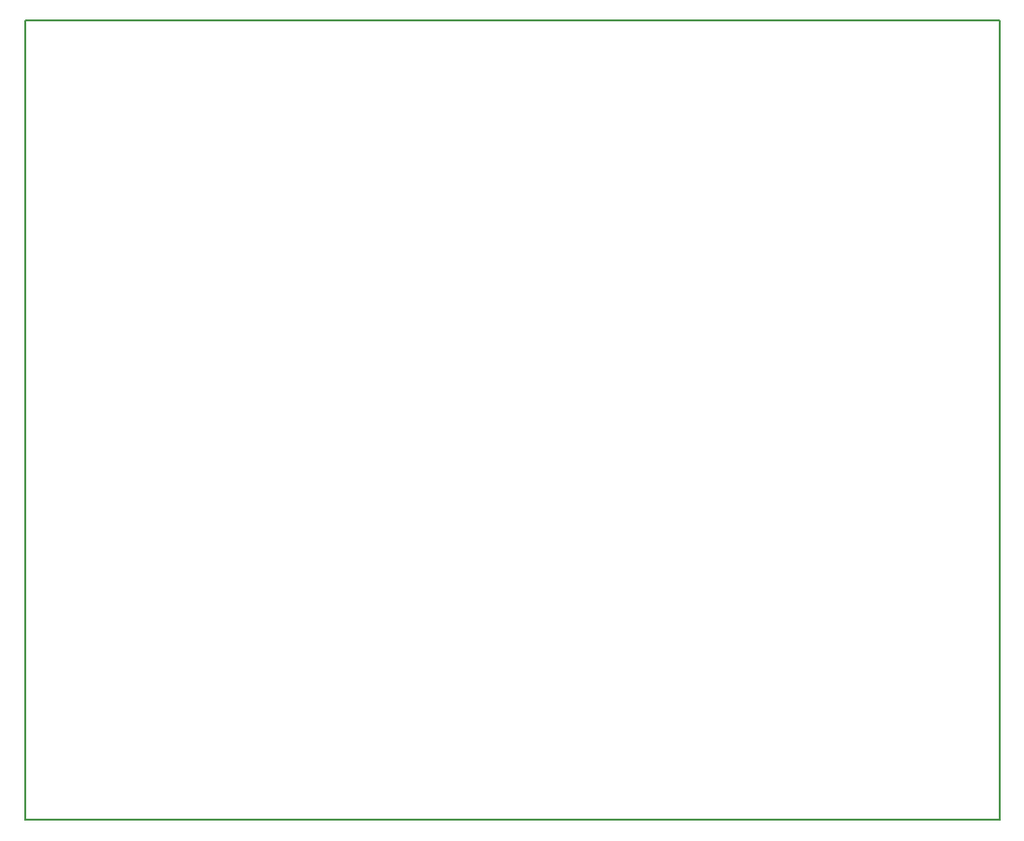
<source format=gm1>
G04 #@! TF.FileFunction,Profile,NP*
%FSLAX46Y46*%
G04 Gerber Fmt 4.6, Leading zero omitted, Abs format (unit mm)*
G04 Created by KiCad (PCBNEW 4.0.7) date 07/06/18 10:56:57*
%MOMM*%
%LPD*%
G01*
G04 APERTURE LIST*
%ADD10C,0.100000*%
%ADD11C,0.150000*%
G04 APERTURE END LIST*
D10*
D11*
X36779200Y-137795000D02*
X36779200Y-136296400D01*
X121742200Y-137795000D02*
X36779200Y-137795000D01*
X121742200Y-137591800D02*
X121742200Y-137795000D01*
X121742200Y-137007600D02*
X121742200Y-137591800D01*
X121742200Y-68021200D02*
X121742200Y-137007600D01*
X36779200Y-68021200D02*
X121742200Y-68021200D01*
X36779200Y-136525000D02*
X36779200Y-68021200D01*
M02*

</source>
